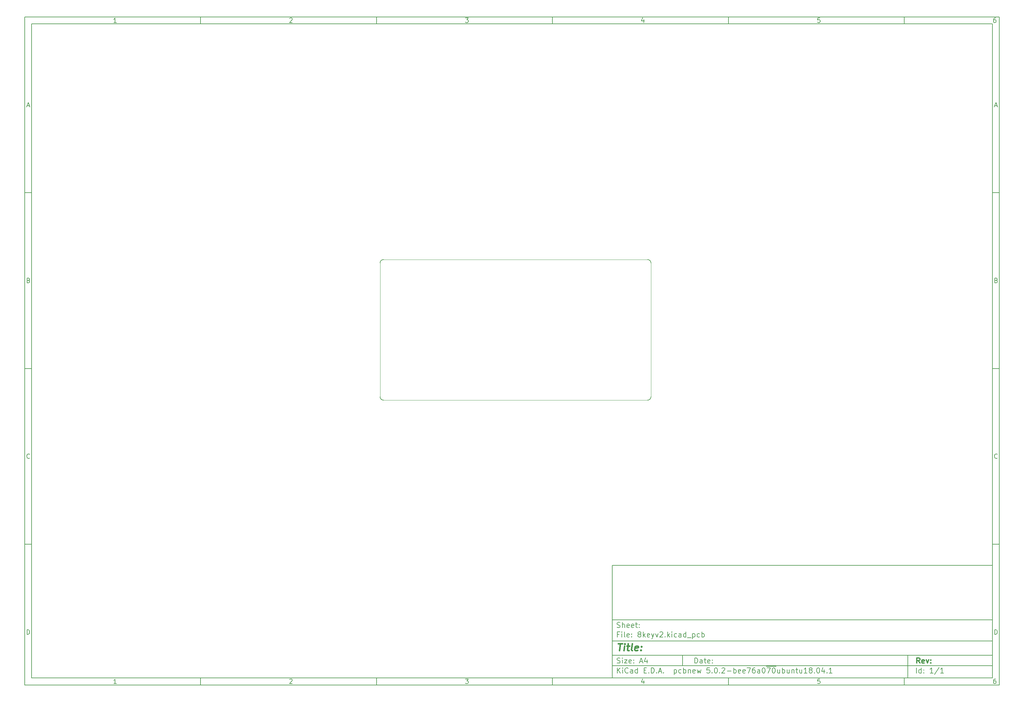
<source format=gbr>
G04 #@! TF.GenerationSoftware,KiCad,Pcbnew,5.0.2-bee76a0~70~ubuntu18.04.1*
G04 #@! TF.CreationDate,2019-02-02T15:30:55-05:00*
G04 #@! TF.ProjectId,8keyv2,386b6579-7632-42e6-9b69-6361645f7063,rev?*
G04 #@! TF.SameCoordinates,Original*
G04 #@! TF.FileFunction,Profile,NP*
%FSLAX46Y46*%
G04 Gerber Fmt 4.6, Leading zero omitted, Abs format (unit mm)*
G04 Created by KiCad (PCBNEW 5.0.2-bee76a0~70~ubuntu18.04.1) date Sat 02 Feb 2019 03:30:55 PM EST*
%MOMM*%
%LPD*%
G01*
G04 APERTURE LIST*
%ADD10C,0.100000*%
%ADD11C,0.150000*%
%ADD12C,0.300000*%
%ADD13C,0.400000*%
%ADD14C,0.200000*%
G04 APERTURE END LIST*
D10*
D11*
X177002200Y-166007200D02*
X177002200Y-198007200D01*
X285002200Y-198007200D01*
X285002200Y-166007200D01*
X177002200Y-166007200D01*
D10*
D11*
X10000000Y-10000000D02*
X10000000Y-200007200D01*
X287002200Y-200007200D01*
X287002200Y-10000000D01*
X10000000Y-10000000D01*
D10*
D11*
X12000000Y-12000000D02*
X12000000Y-198007200D01*
X285002200Y-198007200D01*
X285002200Y-12000000D01*
X12000000Y-12000000D01*
D10*
D11*
X60000000Y-12000000D02*
X60000000Y-10000000D01*
D10*
D11*
X110000000Y-12000000D02*
X110000000Y-10000000D01*
D10*
D11*
X160000000Y-12000000D02*
X160000000Y-10000000D01*
D10*
D11*
X210000000Y-12000000D02*
X210000000Y-10000000D01*
D10*
D11*
X260000000Y-12000000D02*
X260000000Y-10000000D01*
D10*
D11*
X36065476Y-11588095D02*
X35322619Y-11588095D01*
X35694047Y-11588095D02*
X35694047Y-10288095D01*
X35570238Y-10473809D01*
X35446428Y-10597619D01*
X35322619Y-10659523D01*
D10*
D11*
X85322619Y-10411904D02*
X85384523Y-10350000D01*
X85508333Y-10288095D01*
X85817857Y-10288095D01*
X85941666Y-10350000D01*
X86003571Y-10411904D01*
X86065476Y-10535714D01*
X86065476Y-10659523D01*
X86003571Y-10845238D01*
X85260714Y-11588095D01*
X86065476Y-11588095D01*
D10*
D11*
X135260714Y-10288095D02*
X136065476Y-10288095D01*
X135632142Y-10783333D01*
X135817857Y-10783333D01*
X135941666Y-10845238D01*
X136003571Y-10907142D01*
X136065476Y-11030952D01*
X136065476Y-11340476D01*
X136003571Y-11464285D01*
X135941666Y-11526190D01*
X135817857Y-11588095D01*
X135446428Y-11588095D01*
X135322619Y-11526190D01*
X135260714Y-11464285D01*
D10*
D11*
X185941666Y-10721428D02*
X185941666Y-11588095D01*
X185632142Y-10226190D02*
X185322619Y-11154761D01*
X186127380Y-11154761D01*
D10*
D11*
X236003571Y-10288095D02*
X235384523Y-10288095D01*
X235322619Y-10907142D01*
X235384523Y-10845238D01*
X235508333Y-10783333D01*
X235817857Y-10783333D01*
X235941666Y-10845238D01*
X236003571Y-10907142D01*
X236065476Y-11030952D01*
X236065476Y-11340476D01*
X236003571Y-11464285D01*
X235941666Y-11526190D01*
X235817857Y-11588095D01*
X235508333Y-11588095D01*
X235384523Y-11526190D01*
X235322619Y-11464285D01*
D10*
D11*
X285941666Y-10288095D02*
X285694047Y-10288095D01*
X285570238Y-10350000D01*
X285508333Y-10411904D01*
X285384523Y-10597619D01*
X285322619Y-10845238D01*
X285322619Y-11340476D01*
X285384523Y-11464285D01*
X285446428Y-11526190D01*
X285570238Y-11588095D01*
X285817857Y-11588095D01*
X285941666Y-11526190D01*
X286003571Y-11464285D01*
X286065476Y-11340476D01*
X286065476Y-11030952D01*
X286003571Y-10907142D01*
X285941666Y-10845238D01*
X285817857Y-10783333D01*
X285570238Y-10783333D01*
X285446428Y-10845238D01*
X285384523Y-10907142D01*
X285322619Y-11030952D01*
D10*
D11*
X60000000Y-198007200D02*
X60000000Y-200007200D01*
D10*
D11*
X110000000Y-198007200D02*
X110000000Y-200007200D01*
D10*
D11*
X160000000Y-198007200D02*
X160000000Y-200007200D01*
D10*
D11*
X210000000Y-198007200D02*
X210000000Y-200007200D01*
D10*
D11*
X260000000Y-198007200D02*
X260000000Y-200007200D01*
D10*
D11*
X36065476Y-199595295D02*
X35322619Y-199595295D01*
X35694047Y-199595295D02*
X35694047Y-198295295D01*
X35570238Y-198481009D01*
X35446428Y-198604819D01*
X35322619Y-198666723D01*
D10*
D11*
X85322619Y-198419104D02*
X85384523Y-198357200D01*
X85508333Y-198295295D01*
X85817857Y-198295295D01*
X85941666Y-198357200D01*
X86003571Y-198419104D01*
X86065476Y-198542914D01*
X86065476Y-198666723D01*
X86003571Y-198852438D01*
X85260714Y-199595295D01*
X86065476Y-199595295D01*
D10*
D11*
X135260714Y-198295295D02*
X136065476Y-198295295D01*
X135632142Y-198790533D01*
X135817857Y-198790533D01*
X135941666Y-198852438D01*
X136003571Y-198914342D01*
X136065476Y-199038152D01*
X136065476Y-199347676D01*
X136003571Y-199471485D01*
X135941666Y-199533390D01*
X135817857Y-199595295D01*
X135446428Y-199595295D01*
X135322619Y-199533390D01*
X135260714Y-199471485D01*
D10*
D11*
X185941666Y-198728628D02*
X185941666Y-199595295D01*
X185632142Y-198233390D02*
X185322619Y-199161961D01*
X186127380Y-199161961D01*
D10*
D11*
X236003571Y-198295295D02*
X235384523Y-198295295D01*
X235322619Y-198914342D01*
X235384523Y-198852438D01*
X235508333Y-198790533D01*
X235817857Y-198790533D01*
X235941666Y-198852438D01*
X236003571Y-198914342D01*
X236065476Y-199038152D01*
X236065476Y-199347676D01*
X236003571Y-199471485D01*
X235941666Y-199533390D01*
X235817857Y-199595295D01*
X235508333Y-199595295D01*
X235384523Y-199533390D01*
X235322619Y-199471485D01*
D10*
D11*
X285941666Y-198295295D02*
X285694047Y-198295295D01*
X285570238Y-198357200D01*
X285508333Y-198419104D01*
X285384523Y-198604819D01*
X285322619Y-198852438D01*
X285322619Y-199347676D01*
X285384523Y-199471485D01*
X285446428Y-199533390D01*
X285570238Y-199595295D01*
X285817857Y-199595295D01*
X285941666Y-199533390D01*
X286003571Y-199471485D01*
X286065476Y-199347676D01*
X286065476Y-199038152D01*
X286003571Y-198914342D01*
X285941666Y-198852438D01*
X285817857Y-198790533D01*
X285570238Y-198790533D01*
X285446428Y-198852438D01*
X285384523Y-198914342D01*
X285322619Y-199038152D01*
D10*
D11*
X10000000Y-60000000D02*
X12000000Y-60000000D01*
D10*
D11*
X10000000Y-110000000D02*
X12000000Y-110000000D01*
D10*
D11*
X10000000Y-160000000D02*
X12000000Y-160000000D01*
D10*
D11*
X10690476Y-35216666D02*
X11309523Y-35216666D01*
X10566666Y-35588095D02*
X11000000Y-34288095D01*
X11433333Y-35588095D01*
D10*
D11*
X11092857Y-84907142D02*
X11278571Y-84969047D01*
X11340476Y-85030952D01*
X11402380Y-85154761D01*
X11402380Y-85340476D01*
X11340476Y-85464285D01*
X11278571Y-85526190D01*
X11154761Y-85588095D01*
X10659523Y-85588095D01*
X10659523Y-84288095D01*
X11092857Y-84288095D01*
X11216666Y-84350000D01*
X11278571Y-84411904D01*
X11340476Y-84535714D01*
X11340476Y-84659523D01*
X11278571Y-84783333D01*
X11216666Y-84845238D01*
X11092857Y-84907142D01*
X10659523Y-84907142D01*
D10*
D11*
X11402380Y-135464285D02*
X11340476Y-135526190D01*
X11154761Y-135588095D01*
X11030952Y-135588095D01*
X10845238Y-135526190D01*
X10721428Y-135402380D01*
X10659523Y-135278571D01*
X10597619Y-135030952D01*
X10597619Y-134845238D01*
X10659523Y-134597619D01*
X10721428Y-134473809D01*
X10845238Y-134350000D01*
X11030952Y-134288095D01*
X11154761Y-134288095D01*
X11340476Y-134350000D01*
X11402380Y-134411904D01*
D10*
D11*
X10659523Y-185588095D02*
X10659523Y-184288095D01*
X10969047Y-184288095D01*
X11154761Y-184350000D01*
X11278571Y-184473809D01*
X11340476Y-184597619D01*
X11402380Y-184845238D01*
X11402380Y-185030952D01*
X11340476Y-185278571D01*
X11278571Y-185402380D01*
X11154761Y-185526190D01*
X10969047Y-185588095D01*
X10659523Y-185588095D01*
D10*
D11*
X287002200Y-60000000D02*
X285002200Y-60000000D01*
D10*
D11*
X287002200Y-110000000D02*
X285002200Y-110000000D01*
D10*
D11*
X287002200Y-160000000D02*
X285002200Y-160000000D01*
D10*
D11*
X285692676Y-35216666D02*
X286311723Y-35216666D01*
X285568866Y-35588095D02*
X286002200Y-34288095D01*
X286435533Y-35588095D01*
D10*
D11*
X286095057Y-84907142D02*
X286280771Y-84969047D01*
X286342676Y-85030952D01*
X286404580Y-85154761D01*
X286404580Y-85340476D01*
X286342676Y-85464285D01*
X286280771Y-85526190D01*
X286156961Y-85588095D01*
X285661723Y-85588095D01*
X285661723Y-84288095D01*
X286095057Y-84288095D01*
X286218866Y-84350000D01*
X286280771Y-84411904D01*
X286342676Y-84535714D01*
X286342676Y-84659523D01*
X286280771Y-84783333D01*
X286218866Y-84845238D01*
X286095057Y-84907142D01*
X285661723Y-84907142D01*
D10*
D11*
X286404580Y-135464285D02*
X286342676Y-135526190D01*
X286156961Y-135588095D01*
X286033152Y-135588095D01*
X285847438Y-135526190D01*
X285723628Y-135402380D01*
X285661723Y-135278571D01*
X285599819Y-135030952D01*
X285599819Y-134845238D01*
X285661723Y-134597619D01*
X285723628Y-134473809D01*
X285847438Y-134350000D01*
X286033152Y-134288095D01*
X286156961Y-134288095D01*
X286342676Y-134350000D01*
X286404580Y-134411904D01*
D10*
D11*
X285661723Y-185588095D02*
X285661723Y-184288095D01*
X285971247Y-184288095D01*
X286156961Y-184350000D01*
X286280771Y-184473809D01*
X286342676Y-184597619D01*
X286404580Y-184845238D01*
X286404580Y-185030952D01*
X286342676Y-185278571D01*
X286280771Y-185402380D01*
X286156961Y-185526190D01*
X285971247Y-185588095D01*
X285661723Y-185588095D01*
D10*
D11*
X200434342Y-193785771D02*
X200434342Y-192285771D01*
X200791485Y-192285771D01*
X201005771Y-192357200D01*
X201148628Y-192500057D01*
X201220057Y-192642914D01*
X201291485Y-192928628D01*
X201291485Y-193142914D01*
X201220057Y-193428628D01*
X201148628Y-193571485D01*
X201005771Y-193714342D01*
X200791485Y-193785771D01*
X200434342Y-193785771D01*
X202577200Y-193785771D02*
X202577200Y-193000057D01*
X202505771Y-192857200D01*
X202362914Y-192785771D01*
X202077200Y-192785771D01*
X201934342Y-192857200D01*
X202577200Y-193714342D02*
X202434342Y-193785771D01*
X202077200Y-193785771D01*
X201934342Y-193714342D01*
X201862914Y-193571485D01*
X201862914Y-193428628D01*
X201934342Y-193285771D01*
X202077200Y-193214342D01*
X202434342Y-193214342D01*
X202577200Y-193142914D01*
X203077200Y-192785771D02*
X203648628Y-192785771D01*
X203291485Y-192285771D02*
X203291485Y-193571485D01*
X203362914Y-193714342D01*
X203505771Y-193785771D01*
X203648628Y-193785771D01*
X204720057Y-193714342D02*
X204577200Y-193785771D01*
X204291485Y-193785771D01*
X204148628Y-193714342D01*
X204077200Y-193571485D01*
X204077200Y-193000057D01*
X204148628Y-192857200D01*
X204291485Y-192785771D01*
X204577200Y-192785771D01*
X204720057Y-192857200D01*
X204791485Y-193000057D01*
X204791485Y-193142914D01*
X204077200Y-193285771D01*
X205434342Y-193642914D02*
X205505771Y-193714342D01*
X205434342Y-193785771D01*
X205362914Y-193714342D01*
X205434342Y-193642914D01*
X205434342Y-193785771D01*
X205434342Y-192857200D02*
X205505771Y-192928628D01*
X205434342Y-193000057D01*
X205362914Y-192928628D01*
X205434342Y-192857200D01*
X205434342Y-193000057D01*
D10*
D11*
X177002200Y-194507200D02*
X285002200Y-194507200D01*
D10*
D11*
X178434342Y-196585771D02*
X178434342Y-195085771D01*
X179291485Y-196585771D02*
X178648628Y-195728628D01*
X179291485Y-195085771D02*
X178434342Y-195942914D01*
X179934342Y-196585771D02*
X179934342Y-195585771D01*
X179934342Y-195085771D02*
X179862914Y-195157200D01*
X179934342Y-195228628D01*
X180005771Y-195157200D01*
X179934342Y-195085771D01*
X179934342Y-195228628D01*
X181505771Y-196442914D02*
X181434342Y-196514342D01*
X181220057Y-196585771D01*
X181077200Y-196585771D01*
X180862914Y-196514342D01*
X180720057Y-196371485D01*
X180648628Y-196228628D01*
X180577200Y-195942914D01*
X180577200Y-195728628D01*
X180648628Y-195442914D01*
X180720057Y-195300057D01*
X180862914Y-195157200D01*
X181077200Y-195085771D01*
X181220057Y-195085771D01*
X181434342Y-195157200D01*
X181505771Y-195228628D01*
X182791485Y-196585771D02*
X182791485Y-195800057D01*
X182720057Y-195657200D01*
X182577200Y-195585771D01*
X182291485Y-195585771D01*
X182148628Y-195657200D01*
X182791485Y-196514342D02*
X182648628Y-196585771D01*
X182291485Y-196585771D01*
X182148628Y-196514342D01*
X182077200Y-196371485D01*
X182077200Y-196228628D01*
X182148628Y-196085771D01*
X182291485Y-196014342D01*
X182648628Y-196014342D01*
X182791485Y-195942914D01*
X184148628Y-196585771D02*
X184148628Y-195085771D01*
X184148628Y-196514342D02*
X184005771Y-196585771D01*
X183720057Y-196585771D01*
X183577200Y-196514342D01*
X183505771Y-196442914D01*
X183434342Y-196300057D01*
X183434342Y-195871485D01*
X183505771Y-195728628D01*
X183577200Y-195657200D01*
X183720057Y-195585771D01*
X184005771Y-195585771D01*
X184148628Y-195657200D01*
X186005771Y-195800057D02*
X186505771Y-195800057D01*
X186720057Y-196585771D02*
X186005771Y-196585771D01*
X186005771Y-195085771D01*
X186720057Y-195085771D01*
X187362914Y-196442914D02*
X187434342Y-196514342D01*
X187362914Y-196585771D01*
X187291485Y-196514342D01*
X187362914Y-196442914D01*
X187362914Y-196585771D01*
X188077200Y-196585771D02*
X188077200Y-195085771D01*
X188434342Y-195085771D01*
X188648628Y-195157200D01*
X188791485Y-195300057D01*
X188862914Y-195442914D01*
X188934342Y-195728628D01*
X188934342Y-195942914D01*
X188862914Y-196228628D01*
X188791485Y-196371485D01*
X188648628Y-196514342D01*
X188434342Y-196585771D01*
X188077200Y-196585771D01*
X189577200Y-196442914D02*
X189648628Y-196514342D01*
X189577200Y-196585771D01*
X189505771Y-196514342D01*
X189577200Y-196442914D01*
X189577200Y-196585771D01*
X190220057Y-196157200D02*
X190934342Y-196157200D01*
X190077200Y-196585771D02*
X190577200Y-195085771D01*
X191077200Y-196585771D01*
X191577200Y-196442914D02*
X191648628Y-196514342D01*
X191577200Y-196585771D01*
X191505771Y-196514342D01*
X191577200Y-196442914D01*
X191577200Y-196585771D01*
X194577200Y-195585771D02*
X194577200Y-197085771D01*
X194577200Y-195657200D02*
X194720057Y-195585771D01*
X195005771Y-195585771D01*
X195148628Y-195657200D01*
X195220057Y-195728628D01*
X195291485Y-195871485D01*
X195291485Y-196300057D01*
X195220057Y-196442914D01*
X195148628Y-196514342D01*
X195005771Y-196585771D01*
X194720057Y-196585771D01*
X194577200Y-196514342D01*
X196577200Y-196514342D02*
X196434342Y-196585771D01*
X196148628Y-196585771D01*
X196005771Y-196514342D01*
X195934342Y-196442914D01*
X195862914Y-196300057D01*
X195862914Y-195871485D01*
X195934342Y-195728628D01*
X196005771Y-195657200D01*
X196148628Y-195585771D01*
X196434342Y-195585771D01*
X196577200Y-195657200D01*
X197220057Y-196585771D02*
X197220057Y-195085771D01*
X197220057Y-195657200D02*
X197362914Y-195585771D01*
X197648628Y-195585771D01*
X197791485Y-195657200D01*
X197862914Y-195728628D01*
X197934342Y-195871485D01*
X197934342Y-196300057D01*
X197862914Y-196442914D01*
X197791485Y-196514342D01*
X197648628Y-196585771D01*
X197362914Y-196585771D01*
X197220057Y-196514342D01*
X198577200Y-195585771D02*
X198577200Y-196585771D01*
X198577200Y-195728628D02*
X198648628Y-195657200D01*
X198791485Y-195585771D01*
X199005771Y-195585771D01*
X199148628Y-195657200D01*
X199220057Y-195800057D01*
X199220057Y-196585771D01*
X200505771Y-196514342D02*
X200362914Y-196585771D01*
X200077200Y-196585771D01*
X199934342Y-196514342D01*
X199862914Y-196371485D01*
X199862914Y-195800057D01*
X199934342Y-195657200D01*
X200077200Y-195585771D01*
X200362914Y-195585771D01*
X200505771Y-195657200D01*
X200577200Y-195800057D01*
X200577200Y-195942914D01*
X199862914Y-196085771D01*
X201077200Y-195585771D02*
X201362914Y-196585771D01*
X201648628Y-195871485D01*
X201934342Y-196585771D01*
X202220057Y-195585771D01*
X204648628Y-195085771D02*
X203934342Y-195085771D01*
X203862914Y-195800057D01*
X203934342Y-195728628D01*
X204077200Y-195657200D01*
X204434342Y-195657200D01*
X204577200Y-195728628D01*
X204648628Y-195800057D01*
X204720057Y-195942914D01*
X204720057Y-196300057D01*
X204648628Y-196442914D01*
X204577200Y-196514342D01*
X204434342Y-196585771D01*
X204077200Y-196585771D01*
X203934342Y-196514342D01*
X203862914Y-196442914D01*
X205362914Y-196442914D02*
X205434342Y-196514342D01*
X205362914Y-196585771D01*
X205291485Y-196514342D01*
X205362914Y-196442914D01*
X205362914Y-196585771D01*
X206362914Y-195085771D02*
X206505771Y-195085771D01*
X206648628Y-195157200D01*
X206720057Y-195228628D01*
X206791485Y-195371485D01*
X206862914Y-195657200D01*
X206862914Y-196014342D01*
X206791485Y-196300057D01*
X206720057Y-196442914D01*
X206648628Y-196514342D01*
X206505771Y-196585771D01*
X206362914Y-196585771D01*
X206220057Y-196514342D01*
X206148628Y-196442914D01*
X206077200Y-196300057D01*
X206005771Y-196014342D01*
X206005771Y-195657200D01*
X206077200Y-195371485D01*
X206148628Y-195228628D01*
X206220057Y-195157200D01*
X206362914Y-195085771D01*
X207505771Y-196442914D02*
X207577200Y-196514342D01*
X207505771Y-196585771D01*
X207434342Y-196514342D01*
X207505771Y-196442914D01*
X207505771Y-196585771D01*
X208148628Y-195228628D02*
X208220057Y-195157200D01*
X208362914Y-195085771D01*
X208720057Y-195085771D01*
X208862914Y-195157200D01*
X208934342Y-195228628D01*
X209005771Y-195371485D01*
X209005771Y-195514342D01*
X208934342Y-195728628D01*
X208077200Y-196585771D01*
X209005771Y-196585771D01*
X209648628Y-196014342D02*
X210791485Y-196014342D01*
X211505771Y-196585771D02*
X211505771Y-195085771D01*
X211505771Y-195657200D02*
X211648628Y-195585771D01*
X211934342Y-195585771D01*
X212077200Y-195657200D01*
X212148628Y-195728628D01*
X212220057Y-195871485D01*
X212220057Y-196300057D01*
X212148628Y-196442914D01*
X212077200Y-196514342D01*
X211934342Y-196585771D01*
X211648628Y-196585771D01*
X211505771Y-196514342D01*
X213434342Y-196514342D02*
X213291485Y-196585771D01*
X213005771Y-196585771D01*
X212862914Y-196514342D01*
X212791485Y-196371485D01*
X212791485Y-195800057D01*
X212862914Y-195657200D01*
X213005771Y-195585771D01*
X213291485Y-195585771D01*
X213434342Y-195657200D01*
X213505771Y-195800057D01*
X213505771Y-195942914D01*
X212791485Y-196085771D01*
X214720057Y-196514342D02*
X214577200Y-196585771D01*
X214291485Y-196585771D01*
X214148628Y-196514342D01*
X214077200Y-196371485D01*
X214077200Y-195800057D01*
X214148628Y-195657200D01*
X214291485Y-195585771D01*
X214577200Y-195585771D01*
X214720057Y-195657200D01*
X214791485Y-195800057D01*
X214791485Y-195942914D01*
X214077200Y-196085771D01*
X215291485Y-195085771D02*
X216291485Y-195085771D01*
X215648628Y-196585771D01*
X217505771Y-195085771D02*
X217220057Y-195085771D01*
X217077200Y-195157200D01*
X217005771Y-195228628D01*
X216862914Y-195442914D01*
X216791485Y-195728628D01*
X216791485Y-196300057D01*
X216862914Y-196442914D01*
X216934342Y-196514342D01*
X217077200Y-196585771D01*
X217362914Y-196585771D01*
X217505771Y-196514342D01*
X217577200Y-196442914D01*
X217648628Y-196300057D01*
X217648628Y-195942914D01*
X217577200Y-195800057D01*
X217505771Y-195728628D01*
X217362914Y-195657200D01*
X217077200Y-195657200D01*
X216934342Y-195728628D01*
X216862914Y-195800057D01*
X216791485Y-195942914D01*
X218934342Y-196585771D02*
X218934342Y-195800057D01*
X218862914Y-195657200D01*
X218720057Y-195585771D01*
X218434342Y-195585771D01*
X218291485Y-195657200D01*
X218934342Y-196514342D02*
X218791485Y-196585771D01*
X218434342Y-196585771D01*
X218291485Y-196514342D01*
X218220057Y-196371485D01*
X218220057Y-196228628D01*
X218291485Y-196085771D01*
X218434342Y-196014342D01*
X218791485Y-196014342D01*
X218934342Y-195942914D01*
X219934342Y-195085771D02*
X220077200Y-195085771D01*
X220220057Y-195157200D01*
X220291485Y-195228628D01*
X220362914Y-195371485D01*
X220434342Y-195657200D01*
X220434342Y-196014342D01*
X220362914Y-196300057D01*
X220291485Y-196442914D01*
X220220057Y-196514342D01*
X220077200Y-196585771D01*
X219934342Y-196585771D01*
X219791485Y-196514342D01*
X219720057Y-196442914D01*
X219648628Y-196300057D01*
X219577200Y-196014342D01*
X219577200Y-195657200D01*
X219648628Y-195371485D01*
X219720057Y-195228628D01*
X219791485Y-195157200D01*
X219934342Y-195085771D01*
X220720057Y-194677200D02*
X222148628Y-194677200D01*
X220934342Y-195085771D02*
X221934342Y-195085771D01*
X221291485Y-196585771D01*
X222148628Y-194677200D02*
X223577200Y-194677200D01*
X222791485Y-195085771D02*
X222934342Y-195085771D01*
X223077200Y-195157200D01*
X223148628Y-195228628D01*
X223220057Y-195371485D01*
X223291485Y-195657200D01*
X223291485Y-196014342D01*
X223220057Y-196300057D01*
X223148628Y-196442914D01*
X223077200Y-196514342D01*
X222934342Y-196585771D01*
X222791485Y-196585771D01*
X222648628Y-196514342D01*
X222577200Y-196442914D01*
X222505771Y-196300057D01*
X222434342Y-196014342D01*
X222434342Y-195657200D01*
X222505771Y-195371485D01*
X222577200Y-195228628D01*
X222648628Y-195157200D01*
X222791485Y-195085771D01*
X224577200Y-195585771D02*
X224577200Y-196585771D01*
X223934342Y-195585771D02*
X223934342Y-196371485D01*
X224005771Y-196514342D01*
X224148628Y-196585771D01*
X224362914Y-196585771D01*
X224505771Y-196514342D01*
X224577200Y-196442914D01*
X225291485Y-196585771D02*
X225291485Y-195085771D01*
X225291485Y-195657200D02*
X225434342Y-195585771D01*
X225720057Y-195585771D01*
X225862914Y-195657200D01*
X225934342Y-195728628D01*
X226005771Y-195871485D01*
X226005771Y-196300057D01*
X225934342Y-196442914D01*
X225862914Y-196514342D01*
X225720057Y-196585771D01*
X225434342Y-196585771D01*
X225291485Y-196514342D01*
X227291485Y-195585771D02*
X227291485Y-196585771D01*
X226648628Y-195585771D02*
X226648628Y-196371485D01*
X226720057Y-196514342D01*
X226862914Y-196585771D01*
X227077200Y-196585771D01*
X227220057Y-196514342D01*
X227291485Y-196442914D01*
X228005771Y-195585771D02*
X228005771Y-196585771D01*
X228005771Y-195728628D02*
X228077200Y-195657200D01*
X228220057Y-195585771D01*
X228434342Y-195585771D01*
X228577200Y-195657200D01*
X228648628Y-195800057D01*
X228648628Y-196585771D01*
X229148628Y-195585771D02*
X229720057Y-195585771D01*
X229362914Y-195085771D02*
X229362914Y-196371485D01*
X229434342Y-196514342D01*
X229577200Y-196585771D01*
X229720057Y-196585771D01*
X230862914Y-195585771D02*
X230862914Y-196585771D01*
X230220057Y-195585771D02*
X230220057Y-196371485D01*
X230291485Y-196514342D01*
X230434342Y-196585771D01*
X230648628Y-196585771D01*
X230791485Y-196514342D01*
X230862914Y-196442914D01*
X232362914Y-196585771D02*
X231505771Y-196585771D01*
X231934342Y-196585771D02*
X231934342Y-195085771D01*
X231791485Y-195300057D01*
X231648628Y-195442914D01*
X231505771Y-195514342D01*
X233220057Y-195728628D02*
X233077200Y-195657200D01*
X233005771Y-195585771D01*
X232934342Y-195442914D01*
X232934342Y-195371485D01*
X233005771Y-195228628D01*
X233077200Y-195157200D01*
X233220057Y-195085771D01*
X233505771Y-195085771D01*
X233648628Y-195157200D01*
X233720057Y-195228628D01*
X233791485Y-195371485D01*
X233791485Y-195442914D01*
X233720057Y-195585771D01*
X233648628Y-195657200D01*
X233505771Y-195728628D01*
X233220057Y-195728628D01*
X233077200Y-195800057D01*
X233005771Y-195871485D01*
X232934342Y-196014342D01*
X232934342Y-196300057D01*
X233005771Y-196442914D01*
X233077200Y-196514342D01*
X233220057Y-196585771D01*
X233505771Y-196585771D01*
X233648628Y-196514342D01*
X233720057Y-196442914D01*
X233791485Y-196300057D01*
X233791485Y-196014342D01*
X233720057Y-195871485D01*
X233648628Y-195800057D01*
X233505771Y-195728628D01*
X234434342Y-196442914D02*
X234505771Y-196514342D01*
X234434342Y-196585771D01*
X234362914Y-196514342D01*
X234434342Y-196442914D01*
X234434342Y-196585771D01*
X235434342Y-195085771D02*
X235577200Y-195085771D01*
X235720057Y-195157200D01*
X235791485Y-195228628D01*
X235862914Y-195371485D01*
X235934342Y-195657200D01*
X235934342Y-196014342D01*
X235862914Y-196300057D01*
X235791485Y-196442914D01*
X235720057Y-196514342D01*
X235577200Y-196585771D01*
X235434342Y-196585771D01*
X235291485Y-196514342D01*
X235220057Y-196442914D01*
X235148628Y-196300057D01*
X235077200Y-196014342D01*
X235077200Y-195657200D01*
X235148628Y-195371485D01*
X235220057Y-195228628D01*
X235291485Y-195157200D01*
X235434342Y-195085771D01*
X237220057Y-195585771D02*
X237220057Y-196585771D01*
X236862914Y-195014342D02*
X236505771Y-196085771D01*
X237434342Y-196085771D01*
X238005771Y-196442914D02*
X238077199Y-196514342D01*
X238005771Y-196585771D01*
X237934342Y-196514342D01*
X238005771Y-196442914D01*
X238005771Y-196585771D01*
X239505771Y-196585771D02*
X238648628Y-196585771D01*
X239077200Y-196585771D02*
X239077200Y-195085771D01*
X238934342Y-195300057D01*
X238791485Y-195442914D01*
X238648628Y-195514342D01*
D10*
D11*
X177002200Y-191507200D02*
X285002200Y-191507200D01*
D10*
D12*
X264411485Y-193785771D02*
X263911485Y-193071485D01*
X263554342Y-193785771D02*
X263554342Y-192285771D01*
X264125771Y-192285771D01*
X264268628Y-192357200D01*
X264340057Y-192428628D01*
X264411485Y-192571485D01*
X264411485Y-192785771D01*
X264340057Y-192928628D01*
X264268628Y-193000057D01*
X264125771Y-193071485D01*
X263554342Y-193071485D01*
X265625771Y-193714342D02*
X265482914Y-193785771D01*
X265197200Y-193785771D01*
X265054342Y-193714342D01*
X264982914Y-193571485D01*
X264982914Y-193000057D01*
X265054342Y-192857200D01*
X265197200Y-192785771D01*
X265482914Y-192785771D01*
X265625771Y-192857200D01*
X265697200Y-193000057D01*
X265697200Y-193142914D01*
X264982914Y-193285771D01*
X266197200Y-192785771D02*
X266554342Y-193785771D01*
X266911485Y-192785771D01*
X267482914Y-193642914D02*
X267554342Y-193714342D01*
X267482914Y-193785771D01*
X267411485Y-193714342D01*
X267482914Y-193642914D01*
X267482914Y-193785771D01*
X267482914Y-192857200D02*
X267554342Y-192928628D01*
X267482914Y-193000057D01*
X267411485Y-192928628D01*
X267482914Y-192857200D01*
X267482914Y-193000057D01*
D10*
D11*
X178362914Y-193714342D02*
X178577200Y-193785771D01*
X178934342Y-193785771D01*
X179077200Y-193714342D01*
X179148628Y-193642914D01*
X179220057Y-193500057D01*
X179220057Y-193357200D01*
X179148628Y-193214342D01*
X179077200Y-193142914D01*
X178934342Y-193071485D01*
X178648628Y-193000057D01*
X178505771Y-192928628D01*
X178434342Y-192857200D01*
X178362914Y-192714342D01*
X178362914Y-192571485D01*
X178434342Y-192428628D01*
X178505771Y-192357200D01*
X178648628Y-192285771D01*
X179005771Y-192285771D01*
X179220057Y-192357200D01*
X179862914Y-193785771D02*
X179862914Y-192785771D01*
X179862914Y-192285771D02*
X179791485Y-192357200D01*
X179862914Y-192428628D01*
X179934342Y-192357200D01*
X179862914Y-192285771D01*
X179862914Y-192428628D01*
X180434342Y-192785771D02*
X181220057Y-192785771D01*
X180434342Y-193785771D01*
X181220057Y-193785771D01*
X182362914Y-193714342D02*
X182220057Y-193785771D01*
X181934342Y-193785771D01*
X181791485Y-193714342D01*
X181720057Y-193571485D01*
X181720057Y-193000057D01*
X181791485Y-192857200D01*
X181934342Y-192785771D01*
X182220057Y-192785771D01*
X182362914Y-192857200D01*
X182434342Y-193000057D01*
X182434342Y-193142914D01*
X181720057Y-193285771D01*
X183077200Y-193642914D02*
X183148628Y-193714342D01*
X183077200Y-193785771D01*
X183005771Y-193714342D01*
X183077200Y-193642914D01*
X183077200Y-193785771D01*
X183077200Y-192857200D02*
X183148628Y-192928628D01*
X183077200Y-193000057D01*
X183005771Y-192928628D01*
X183077200Y-192857200D01*
X183077200Y-193000057D01*
X184862914Y-193357200D02*
X185577200Y-193357200D01*
X184720057Y-193785771D02*
X185220057Y-192285771D01*
X185720057Y-193785771D01*
X186862914Y-192785771D02*
X186862914Y-193785771D01*
X186505771Y-192214342D02*
X186148628Y-193285771D01*
X187077200Y-193285771D01*
D10*
D11*
X263434342Y-196585771D02*
X263434342Y-195085771D01*
X264791485Y-196585771D02*
X264791485Y-195085771D01*
X264791485Y-196514342D02*
X264648628Y-196585771D01*
X264362914Y-196585771D01*
X264220057Y-196514342D01*
X264148628Y-196442914D01*
X264077200Y-196300057D01*
X264077200Y-195871485D01*
X264148628Y-195728628D01*
X264220057Y-195657200D01*
X264362914Y-195585771D01*
X264648628Y-195585771D01*
X264791485Y-195657200D01*
X265505771Y-196442914D02*
X265577200Y-196514342D01*
X265505771Y-196585771D01*
X265434342Y-196514342D01*
X265505771Y-196442914D01*
X265505771Y-196585771D01*
X265505771Y-195657200D02*
X265577200Y-195728628D01*
X265505771Y-195800057D01*
X265434342Y-195728628D01*
X265505771Y-195657200D01*
X265505771Y-195800057D01*
X268148628Y-196585771D02*
X267291485Y-196585771D01*
X267720057Y-196585771D02*
X267720057Y-195085771D01*
X267577200Y-195300057D01*
X267434342Y-195442914D01*
X267291485Y-195514342D01*
X269862914Y-195014342D02*
X268577200Y-196942914D01*
X271148628Y-196585771D02*
X270291485Y-196585771D01*
X270720057Y-196585771D02*
X270720057Y-195085771D01*
X270577200Y-195300057D01*
X270434342Y-195442914D01*
X270291485Y-195514342D01*
D10*
D11*
X177002200Y-187507200D02*
X285002200Y-187507200D01*
D10*
D13*
X178714580Y-188211961D02*
X179857438Y-188211961D01*
X179036009Y-190211961D02*
X179286009Y-188211961D01*
X180274104Y-190211961D02*
X180440771Y-188878628D01*
X180524104Y-188211961D02*
X180416961Y-188307200D01*
X180500295Y-188402438D01*
X180607438Y-188307200D01*
X180524104Y-188211961D01*
X180500295Y-188402438D01*
X181107438Y-188878628D02*
X181869342Y-188878628D01*
X181476485Y-188211961D02*
X181262200Y-189926247D01*
X181333628Y-190116723D01*
X181512200Y-190211961D01*
X181702676Y-190211961D01*
X182655057Y-190211961D02*
X182476485Y-190116723D01*
X182405057Y-189926247D01*
X182619342Y-188211961D01*
X184190771Y-190116723D02*
X183988390Y-190211961D01*
X183607438Y-190211961D01*
X183428866Y-190116723D01*
X183357438Y-189926247D01*
X183452676Y-189164342D01*
X183571723Y-188973866D01*
X183774104Y-188878628D01*
X184155057Y-188878628D01*
X184333628Y-188973866D01*
X184405057Y-189164342D01*
X184381247Y-189354819D01*
X183405057Y-189545295D01*
X185155057Y-190021485D02*
X185238390Y-190116723D01*
X185131247Y-190211961D01*
X185047914Y-190116723D01*
X185155057Y-190021485D01*
X185131247Y-190211961D01*
X185286009Y-188973866D02*
X185369342Y-189069104D01*
X185262200Y-189164342D01*
X185178866Y-189069104D01*
X185286009Y-188973866D01*
X185262200Y-189164342D01*
D10*
D11*
X178934342Y-185600057D02*
X178434342Y-185600057D01*
X178434342Y-186385771D02*
X178434342Y-184885771D01*
X179148628Y-184885771D01*
X179720057Y-186385771D02*
X179720057Y-185385771D01*
X179720057Y-184885771D02*
X179648628Y-184957200D01*
X179720057Y-185028628D01*
X179791485Y-184957200D01*
X179720057Y-184885771D01*
X179720057Y-185028628D01*
X180648628Y-186385771D02*
X180505771Y-186314342D01*
X180434342Y-186171485D01*
X180434342Y-184885771D01*
X181791485Y-186314342D02*
X181648628Y-186385771D01*
X181362914Y-186385771D01*
X181220057Y-186314342D01*
X181148628Y-186171485D01*
X181148628Y-185600057D01*
X181220057Y-185457200D01*
X181362914Y-185385771D01*
X181648628Y-185385771D01*
X181791485Y-185457200D01*
X181862914Y-185600057D01*
X181862914Y-185742914D01*
X181148628Y-185885771D01*
X182505771Y-186242914D02*
X182577200Y-186314342D01*
X182505771Y-186385771D01*
X182434342Y-186314342D01*
X182505771Y-186242914D01*
X182505771Y-186385771D01*
X182505771Y-185457200D02*
X182577200Y-185528628D01*
X182505771Y-185600057D01*
X182434342Y-185528628D01*
X182505771Y-185457200D01*
X182505771Y-185600057D01*
X184577200Y-185528628D02*
X184434342Y-185457200D01*
X184362914Y-185385771D01*
X184291485Y-185242914D01*
X184291485Y-185171485D01*
X184362914Y-185028628D01*
X184434342Y-184957200D01*
X184577200Y-184885771D01*
X184862914Y-184885771D01*
X185005771Y-184957200D01*
X185077200Y-185028628D01*
X185148628Y-185171485D01*
X185148628Y-185242914D01*
X185077200Y-185385771D01*
X185005771Y-185457200D01*
X184862914Y-185528628D01*
X184577200Y-185528628D01*
X184434342Y-185600057D01*
X184362914Y-185671485D01*
X184291485Y-185814342D01*
X184291485Y-186100057D01*
X184362914Y-186242914D01*
X184434342Y-186314342D01*
X184577200Y-186385771D01*
X184862914Y-186385771D01*
X185005771Y-186314342D01*
X185077200Y-186242914D01*
X185148628Y-186100057D01*
X185148628Y-185814342D01*
X185077200Y-185671485D01*
X185005771Y-185600057D01*
X184862914Y-185528628D01*
X185791485Y-186385771D02*
X185791485Y-184885771D01*
X185934342Y-185814342D02*
X186362914Y-186385771D01*
X186362914Y-185385771D02*
X185791485Y-185957200D01*
X187577200Y-186314342D02*
X187434342Y-186385771D01*
X187148628Y-186385771D01*
X187005771Y-186314342D01*
X186934342Y-186171485D01*
X186934342Y-185600057D01*
X187005771Y-185457200D01*
X187148628Y-185385771D01*
X187434342Y-185385771D01*
X187577200Y-185457200D01*
X187648628Y-185600057D01*
X187648628Y-185742914D01*
X186934342Y-185885771D01*
X188148628Y-185385771D02*
X188505771Y-186385771D01*
X188862914Y-185385771D02*
X188505771Y-186385771D01*
X188362914Y-186742914D01*
X188291485Y-186814342D01*
X188148628Y-186885771D01*
X189291485Y-185385771D02*
X189648628Y-186385771D01*
X190005771Y-185385771D01*
X190505771Y-185028628D02*
X190577200Y-184957200D01*
X190720057Y-184885771D01*
X191077200Y-184885771D01*
X191220057Y-184957200D01*
X191291485Y-185028628D01*
X191362914Y-185171485D01*
X191362914Y-185314342D01*
X191291485Y-185528628D01*
X190434342Y-186385771D01*
X191362914Y-186385771D01*
X192005771Y-186242914D02*
X192077200Y-186314342D01*
X192005771Y-186385771D01*
X191934342Y-186314342D01*
X192005771Y-186242914D01*
X192005771Y-186385771D01*
X192720057Y-186385771D02*
X192720057Y-184885771D01*
X192862914Y-185814342D02*
X193291485Y-186385771D01*
X193291485Y-185385771D02*
X192720057Y-185957200D01*
X193934342Y-186385771D02*
X193934342Y-185385771D01*
X193934342Y-184885771D02*
X193862914Y-184957200D01*
X193934342Y-185028628D01*
X194005771Y-184957200D01*
X193934342Y-184885771D01*
X193934342Y-185028628D01*
X195291485Y-186314342D02*
X195148628Y-186385771D01*
X194862914Y-186385771D01*
X194720057Y-186314342D01*
X194648628Y-186242914D01*
X194577200Y-186100057D01*
X194577200Y-185671485D01*
X194648628Y-185528628D01*
X194720057Y-185457200D01*
X194862914Y-185385771D01*
X195148628Y-185385771D01*
X195291485Y-185457200D01*
X196577200Y-186385771D02*
X196577200Y-185600057D01*
X196505771Y-185457200D01*
X196362914Y-185385771D01*
X196077200Y-185385771D01*
X195934342Y-185457200D01*
X196577200Y-186314342D02*
X196434342Y-186385771D01*
X196077200Y-186385771D01*
X195934342Y-186314342D01*
X195862914Y-186171485D01*
X195862914Y-186028628D01*
X195934342Y-185885771D01*
X196077200Y-185814342D01*
X196434342Y-185814342D01*
X196577200Y-185742914D01*
X197934342Y-186385771D02*
X197934342Y-184885771D01*
X197934342Y-186314342D02*
X197791485Y-186385771D01*
X197505771Y-186385771D01*
X197362914Y-186314342D01*
X197291485Y-186242914D01*
X197220057Y-186100057D01*
X197220057Y-185671485D01*
X197291485Y-185528628D01*
X197362914Y-185457200D01*
X197505771Y-185385771D01*
X197791485Y-185385771D01*
X197934342Y-185457200D01*
X198291485Y-186528628D02*
X199434342Y-186528628D01*
X199791485Y-185385771D02*
X199791485Y-186885771D01*
X199791485Y-185457200D02*
X199934342Y-185385771D01*
X200220057Y-185385771D01*
X200362914Y-185457200D01*
X200434342Y-185528628D01*
X200505771Y-185671485D01*
X200505771Y-186100057D01*
X200434342Y-186242914D01*
X200362914Y-186314342D01*
X200220057Y-186385771D01*
X199934342Y-186385771D01*
X199791485Y-186314342D01*
X201791485Y-186314342D02*
X201648628Y-186385771D01*
X201362914Y-186385771D01*
X201220057Y-186314342D01*
X201148628Y-186242914D01*
X201077200Y-186100057D01*
X201077200Y-185671485D01*
X201148628Y-185528628D01*
X201220057Y-185457200D01*
X201362914Y-185385771D01*
X201648628Y-185385771D01*
X201791485Y-185457200D01*
X202434342Y-186385771D02*
X202434342Y-184885771D01*
X202434342Y-185457200D02*
X202577200Y-185385771D01*
X202862914Y-185385771D01*
X203005771Y-185457200D01*
X203077200Y-185528628D01*
X203148628Y-185671485D01*
X203148628Y-186100057D01*
X203077200Y-186242914D01*
X203005771Y-186314342D01*
X202862914Y-186385771D01*
X202577200Y-186385771D01*
X202434342Y-186314342D01*
D10*
D11*
X177002200Y-181507200D02*
X285002200Y-181507200D01*
D10*
D11*
X178362914Y-183614342D02*
X178577200Y-183685771D01*
X178934342Y-183685771D01*
X179077200Y-183614342D01*
X179148628Y-183542914D01*
X179220057Y-183400057D01*
X179220057Y-183257200D01*
X179148628Y-183114342D01*
X179077200Y-183042914D01*
X178934342Y-182971485D01*
X178648628Y-182900057D01*
X178505771Y-182828628D01*
X178434342Y-182757200D01*
X178362914Y-182614342D01*
X178362914Y-182471485D01*
X178434342Y-182328628D01*
X178505771Y-182257200D01*
X178648628Y-182185771D01*
X179005771Y-182185771D01*
X179220057Y-182257200D01*
X179862914Y-183685771D02*
X179862914Y-182185771D01*
X180505771Y-183685771D02*
X180505771Y-182900057D01*
X180434342Y-182757200D01*
X180291485Y-182685771D01*
X180077200Y-182685771D01*
X179934342Y-182757200D01*
X179862914Y-182828628D01*
X181791485Y-183614342D02*
X181648628Y-183685771D01*
X181362914Y-183685771D01*
X181220057Y-183614342D01*
X181148628Y-183471485D01*
X181148628Y-182900057D01*
X181220057Y-182757200D01*
X181362914Y-182685771D01*
X181648628Y-182685771D01*
X181791485Y-182757200D01*
X181862914Y-182900057D01*
X181862914Y-183042914D01*
X181148628Y-183185771D01*
X183077200Y-183614342D02*
X182934342Y-183685771D01*
X182648628Y-183685771D01*
X182505771Y-183614342D01*
X182434342Y-183471485D01*
X182434342Y-182900057D01*
X182505771Y-182757200D01*
X182648628Y-182685771D01*
X182934342Y-182685771D01*
X183077200Y-182757200D01*
X183148628Y-182900057D01*
X183148628Y-183042914D01*
X182434342Y-183185771D01*
X183577200Y-182685771D02*
X184148628Y-182685771D01*
X183791485Y-182185771D02*
X183791485Y-183471485D01*
X183862914Y-183614342D01*
X184005771Y-183685771D01*
X184148628Y-183685771D01*
X184648628Y-183542914D02*
X184720057Y-183614342D01*
X184648628Y-183685771D01*
X184577200Y-183614342D01*
X184648628Y-183542914D01*
X184648628Y-183685771D01*
X184648628Y-182757200D02*
X184720057Y-182828628D01*
X184648628Y-182900057D01*
X184577200Y-182828628D01*
X184648628Y-182757200D01*
X184648628Y-182900057D01*
D10*
D11*
X197002200Y-191507200D02*
X197002200Y-194507200D01*
D10*
D11*
X261002200Y-191507200D02*
X261002200Y-198007200D01*
D10*
X112000000Y-119000000D02*
X187000000Y-119000000D01*
X111000000Y-80000000D02*
X111000000Y-118000000D01*
X187000000Y-79000000D02*
X112000000Y-79000000D01*
X188000000Y-118000000D02*
X188000000Y-80000000D01*
D14*
X188000000Y-118000000D02*
G75*
G02X187000000Y-119000000I-1000000J0D01*
G01*
X112000000Y-119000000D02*
G75*
G02X111000000Y-118000000I0J1000000D01*
G01*
X111000000Y-80000000D02*
G75*
G02X112000000Y-79000000I1000000J0D01*
G01*
X187000000Y-79000000D02*
G75*
G02X188000000Y-80000000I0J-1000000D01*
G01*
M02*

</source>
